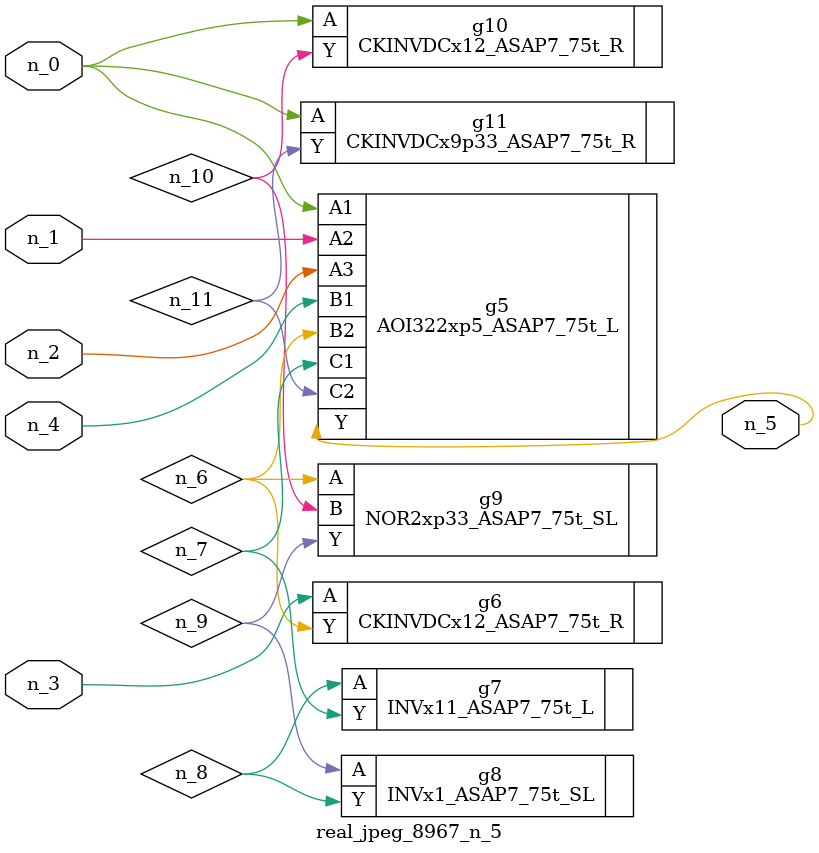
<source format=v>
module real_jpeg_8967_n_5 (n_4, n_0, n_1, n_2, n_3, n_5);

input n_4;
input n_0;
input n_1;
input n_2;
input n_3;

output n_5;

wire n_8;
wire n_11;
wire n_6;
wire n_7;
wire n_10;
wire n_9;

AOI322xp5_ASAP7_75t_L g5 ( 
.A1(n_0),
.A2(n_1),
.A3(n_2),
.B1(n_4),
.B2(n_6),
.C1(n_7),
.C2(n_11),
.Y(n_5)
);

CKINVDCx12_ASAP7_75t_R g10 ( 
.A(n_0),
.Y(n_10)
);

CKINVDCx9p33_ASAP7_75t_R g11 ( 
.A(n_0),
.Y(n_11)
);

CKINVDCx12_ASAP7_75t_R g6 ( 
.A(n_3),
.Y(n_6)
);

NOR2xp33_ASAP7_75t_SL g9 ( 
.A(n_6),
.B(n_10),
.Y(n_9)
);

INVx11_ASAP7_75t_L g7 ( 
.A(n_8),
.Y(n_7)
);

INVx1_ASAP7_75t_SL g8 ( 
.A(n_9),
.Y(n_8)
);


endmodule
</source>
